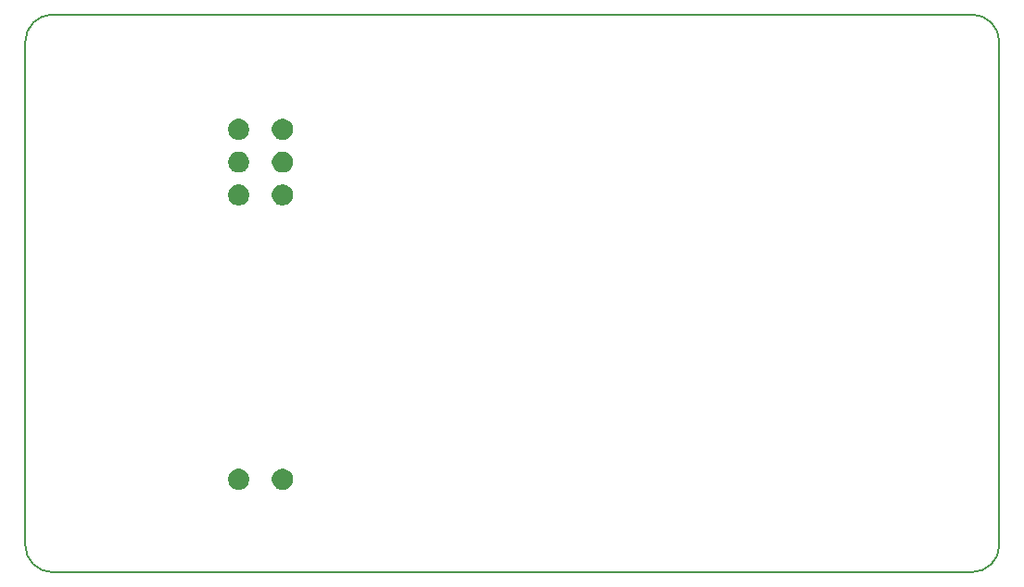
<source format=gbr>
%TF.GenerationSoftware,KiCad,Pcbnew,5.0.1*%
%TF.CreationDate,2019-03-19T15:46:54-05:00*%
%TF.ProjectId,Layout,4C61796F75742E6B696361645F706362,rev?*%
%TF.SameCoordinates,Original*%
%TF.FileFunction,Soldermask,Bot*%
%TF.FilePolarity,Negative*%
%FSLAX46Y46*%
G04 Gerber Fmt 4.6, Leading zero omitted, Abs format (unit mm)*
G04 Created by KiCad (PCBNEW 5.0.1) date Tue 19 Mar 2019 03:46:54 PM CDT*
%MOMM*%
%LPD*%
G01*
G04 APERTURE LIST*
%ADD10C,0.150000*%
%ADD11C,0.100000*%
G04 APERTURE END LIST*
D10*
X112000000Y-122000000D02*
X112000000Y-76000000D01*
X198500000Y-124500000D02*
X114500000Y-124500000D01*
X201000000Y-76000000D02*
X201000000Y-122000000D01*
X114500000Y-73500000D02*
X198500000Y-73500000D01*
X201000000Y-122000000D02*
G75*
G02X198500000Y-124500000I-2500000J0D01*
G01*
X114500000Y-124500000D02*
G75*
G02X112000000Y-122000000I0J2500000D01*
G01*
X112000000Y-76000000D02*
G75*
G02X114500000Y-73500000I2500000J0D01*
G01*
X198500000Y-73500000D02*
G75*
G02X201000000Y-76000000I0J-2500000D01*
G01*
D11*
G36*
X135780603Y-115074968D02*
X135780606Y-115074969D01*
X135780605Y-115074969D01*
X135955678Y-115147486D01*
X135955679Y-115147487D01*
X136113241Y-115252767D01*
X136247233Y-115386759D01*
X136247234Y-115386761D01*
X136352514Y-115544322D01*
X136408603Y-115679734D01*
X136425032Y-115719397D01*
X136462000Y-115905250D01*
X136462000Y-116094750D01*
X136425032Y-116280603D01*
X136425031Y-116280605D01*
X136352514Y-116455678D01*
X136352513Y-116455679D01*
X136247233Y-116613241D01*
X136113241Y-116747233D01*
X136033923Y-116800232D01*
X135955678Y-116852514D01*
X135820266Y-116908603D01*
X135780603Y-116925032D01*
X135594750Y-116962000D01*
X135405250Y-116962000D01*
X135219397Y-116925032D01*
X135179734Y-116908603D01*
X135044322Y-116852514D01*
X134966077Y-116800232D01*
X134886759Y-116747233D01*
X134752767Y-116613241D01*
X134647487Y-116455679D01*
X134647486Y-116455678D01*
X134574969Y-116280605D01*
X134574968Y-116280603D01*
X134538000Y-116094750D01*
X134538000Y-115905250D01*
X134574968Y-115719397D01*
X134591397Y-115679734D01*
X134647486Y-115544322D01*
X134752766Y-115386761D01*
X134752767Y-115386759D01*
X134886759Y-115252767D01*
X135044321Y-115147487D01*
X135044322Y-115147486D01*
X135219395Y-115074969D01*
X135219394Y-115074969D01*
X135219397Y-115074968D01*
X135405250Y-115038000D01*
X135594750Y-115038000D01*
X135780603Y-115074968D01*
X135780603Y-115074968D01*
G37*
G36*
X131780603Y-115074968D02*
X131780606Y-115074969D01*
X131780605Y-115074969D01*
X131955678Y-115147486D01*
X131955679Y-115147487D01*
X132113241Y-115252767D01*
X132247233Y-115386759D01*
X132247234Y-115386761D01*
X132352514Y-115544322D01*
X132408603Y-115679734D01*
X132425032Y-115719397D01*
X132462000Y-115905250D01*
X132462000Y-116094750D01*
X132425032Y-116280603D01*
X132425031Y-116280605D01*
X132352514Y-116455678D01*
X132352513Y-116455679D01*
X132247233Y-116613241D01*
X132113241Y-116747233D01*
X132033923Y-116800232D01*
X131955678Y-116852514D01*
X131820266Y-116908603D01*
X131780603Y-116925032D01*
X131594750Y-116962000D01*
X131405250Y-116962000D01*
X131219397Y-116925032D01*
X131179734Y-116908603D01*
X131044322Y-116852514D01*
X130966077Y-116800232D01*
X130886759Y-116747233D01*
X130752767Y-116613241D01*
X130647487Y-116455679D01*
X130647486Y-116455678D01*
X130574969Y-116280605D01*
X130574968Y-116280603D01*
X130538000Y-116094750D01*
X130538000Y-115905250D01*
X130574968Y-115719397D01*
X130591397Y-115679734D01*
X130647486Y-115544322D01*
X130752766Y-115386761D01*
X130752767Y-115386759D01*
X130886759Y-115252767D01*
X131044321Y-115147487D01*
X131044322Y-115147486D01*
X131219395Y-115074969D01*
X131219394Y-115074969D01*
X131219397Y-115074968D01*
X131405250Y-115038000D01*
X131594750Y-115038000D01*
X131780603Y-115074968D01*
X131780603Y-115074968D01*
G37*
G36*
X135780603Y-89074968D02*
X135780606Y-89074969D01*
X135780605Y-89074969D01*
X135955678Y-89147486D01*
X135955679Y-89147487D01*
X136113241Y-89252767D01*
X136247233Y-89386759D01*
X136247234Y-89386761D01*
X136352514Y-89544322D01*
X136408603Y-89679734D01*
X136425032Y-89719397D01*
X136462000Y-89905250D01*
X136462000Y-90094750D01*
X136425032Y-90280603D01*
X136425031Y-90280605D01*
X136352514Y-90455678D01*
X136352513Y-90455679D01*
X136247233Y-90613241D01*
X136113241Y-90747233D01*
X136033923Y-90800232D01*
X135955678Y-90852514D01*
X135820266Y-90908603D01*
X135780603Y-90925032D01*
X135594750Y-90962000D01*
X135405250Y-90962000D01*
X135219397Y-90925032D01*
X135179734Y-90908603D01*
X135044322Y-90852514D01*
X134966077Y-90800232D01*
X134886759Y-90747233D01*
X134752767Y-90613241D01*
X134647487Y-90455679D01*
X134647486Y-90455678D01*
X134574969Y-90280605D01*
X134574968Y-90280603D01*
X134538000Y-90094750D01*
X134538000Y-89905250D01*
X134574968Y-89719397D01*
X134591397Y-89679734D01*
X134647486Y-89544322D01*
X134752766Y-89386761D01*
X134752767Y-89386759D01*
X134886759Y-89252767D01*
X135044321Y-89147487D01*
X135044322Y-89147486D01*
X135219395Y-89074969D01*
X135219394Y-89074969D01*
X135219397Y-89074968D01*
X135405250Y-89038000D01*
X135594750Y-89038000D01*
X135780603Y-89074968D01*
X135780603Y-89074968D01*
G37*
G36*
X131780603Y-89074968D02*
X131780606Y-89074969D01*
X131780605Y-89074969D01*
X131955678Y-89147486D01*
X131955679Y-89147487D01*
X132113241Y-89252767D01*
X132247233Y-89386759D01*
X132247234Y-89386761D01*
X132352514Y-89544322D01*
X132408603Y-89679734D01*
X132425032Y-89719397D01*
X132462000Y-89905250D01*
X132462000Y-90094750D01*
X132425032Y-90280603D01*
X132425031Y-90280605D01*
X132352514Y-90455678D01*
X132352513Y-90455679D01*
X132247233Y-90613241D01*
X132113241Y-90747233D01*
X132033923Y-90800232D01*
X131955678Y-90852514D01*
X131820266Y-90908603D01*
X131780603Y-90925032D01*
X131594750Y-90962000D01*
X131405250Y-90962000D01*
X131219397Y-90925032D01*
X131179734Y-90908603D01*
X131044322Y-90852514D01*
X130966077Y-90800232D01*
X130886759Y-90747233D01*
X130752767Y-90613241D01*
X130647487Y-90455679D01*
X130647486Y-90455678D01*
X130574969Y-90280605D01*
X130574968Y-90280603D01*
X130538000Y-90094750D01*
X130538000Y-89905250D01*
X130574968Y-89719397D01*
X130591397Y-89679734D01*
X130647486Y-89544322D01*
X130752766Y-89386761D01*
X130752767Y-89386759D01*
X130886759Y-89252767D01*
X131044321Y-89147487D01*
X131044322Y-89147486D01*
X131219395Y-89074969D01*
X131219394Y-89074969D01*
X131219397Y-89074968D01*
X131405250Y-89038000D01*
X131594750Y-89038000D01*
X131780603Y-89074968D01*
X131780603Y-89074968D01*
G37*
G36*
X135780603Y-86074968D02*
X135780606Y-86074969D01*
X135780605Y-86074969D01*
X135955678Y-86147486D01*
X135955679Y-86147487D01*
X136113241Y-86252767D01*
X136247233Y-86386759D01*
X136247234Y-86386761D01*
X136352514Y-86544322D01*
X136408603Y-86679734D01*
X136425032Y-86719397D01*
X136462000Y-86905250D01*
X136462000Y-87094750D01*
X136425032Y-87280603D01*
X136425031Y-87280605D01*
X136352514Y-87455678D01*
X136352513Y-87455679D01*
X136247233Y-87613241D01*
X136113241Y-87747233D01*
X136033923Y-87800232D01*
X135955678Y-87852514D01*
X135820266Y-87908603D01*
X135780603Y-87925032D01*
X135594750Y-87962000D01*
X135405250Y-87962000D01*
X135219397Y-87925032D01*
X135179734Y-87908603D01*
X135044322Y-87852514D01*
X134966077Y-87800232D01*
X134886759Y-87747233D01*
X134752767Y-87613241D01*
X134647487Y-87455679D01*
X134647486Y-87455678D01*
X134574969Y-87280605D01*
X134574968Y-87280603D01*
X134538000Y-87094750D01*
X134538000Y-86905250D01*
X134574968Y-86719397D01*
X134591397Y-86679734D01*
X134647486Y-86544322D01*
X134752766Y-86386761D01*
X134752767Y-86386759D01*
X134886759Y-86252767D01*
X135044321Y-86147487D01*
X135044322Y-86147486D01*
X135219395Y-86074969D01*
X135219394Y-86074969D01*
X135219397Y-86074968D01*
X135405250Y-86038000D01*
X135594750Y-86038000D01*
X135780603Y-86074968D01*
X135780603Y-86074968D01*
G37*
G36*
X131780603Y-86074968D02*
X131780606Y-86074969D01*
X131780605Y-86074969D01*
X131955678Y-86147486D01*
X131955679Y-86147487D01*
X132113241Y-86252767D01*
X132247233Y-86386759D01*
X132247234Y-86386761D01*
X132352514Y-86544322D01*
X132408603Y-86679734D01*
X132425032Y-86719397D01*
X132462000Y-86905250D01*
X132462000Y-87094750D01*
X132425032Y-87280603D01*
X132425031Y-87280605D01*
X132352514Y-87455678D01*
X132352513Y-87455679D01*
X132247233Y-87613241D01*
X132113241Y-87747233D01*
X132033923Y-87800232D01*
X131955678Y-87852514D01*
X131820266Y-87908603D01*
X131780603Y-87925032D01*
X131594750Y-87962000D01*
X131405250Y-87962000D01*
X131219397Y-87925032D01*
X131179734Y-87908603D01*
X131044322Y-87852514D01*
X130966077Y-87800232D01*
X130886759Y-87747233D01*
X130752767Y-87613241D01*
X130647487Y-87455679D01*
X130647486Y-87455678D01*
X130574969Y-87280605D01*
X130574968Y-87280603D01*
X130538000Y-87094750D01*
X130538000Y-86905250D01*
X130574968Y-86719397D01*
X130591397Y-86679734D01*
X130647486Y-86544322D01*
X130752766Y-86386761D01*
X130752767Y-86386759D01*
X130886759Y-86252767D01*
X131044321Y-86147487D01*
X131044322Y-86147486D01*
X131219395Y-86074969D01*
X131219394Y-86074969D01*
X131219397Y-86074968D01*
X131405250Y-86038000D01*
X131594750Y-86038000D01*
X131780603Y-86074968D01*
X131780603Y-86074968D01*
G37*
G36*
X135780603Y-83074968D02*
X135780606Y-83074969D01*
X135780605Y-83074969D01*
X135955678Y-83147486D01*
X135955679Y-83147487D01*
X136113241Y-83252767D01*
X136247233Y-83386759D01*
X136247234Y-83386761D01*
X136352514Y-83544322D01*
X136408603Y-83679734D01*
X136425032Y-83719397D01*
X136462000Y-83905250D01*
X136462000Y-84094750D01*
X136425032Y-84280603D01*
X136425031Y-84280605D01*
X136352514Y-84455678D01*
X136352513Y-84455679D01*
X136247233Y-84613241D01*
X136113241Y-84747233D01*
X136033923Y-84800232D01*
X135955678Y-84852514D01*
X135820266Y-84908603D01*
X135780603Y-84925032D01*
X135594750Y-84962000D01*
X135405250Y-84962000D01*
X135219397Y-84925032D01*
X135179734Y-84908603D01*
X135044322Y-84852514D01*
X134966077Y-84800232D01*
X134886759Y-84747233D01*
X134752767Y-84613241D01*
X134647487Y-84455679D01*
X134647486Y-84455678D01*
X134574969Y-84280605D01*
X134574968Y-84280603D01*
X134538000Y-84094750D01*
X134538000Y-83905250D01*
X134574968Y-83719397D01*
X134591397Y-83679734D01*
X134647486Y-83544322D01*
X134752766Y-83386761D01*
X134752767Y-83386759D01*
X134886759Y-83252767D01*
X135044321Y-83147487D01*
X135044322Y-83147486D01*
X135219395Y-83074969D01*
X135219394Y-83074969D01*
X135219397Y-83074968D01*
X135405250Y-83038000D01*
X135594750Y-83038000D01*
X135780603Y-83074968D01*
X135780603Y-83074968D01*
G37*
G36*
X131780603Y-83074968D02*
X131780606Y-83074969D01*
X131780605Y-83074969D01*
X131955678Y-83147486D01*
X131955679Y-83147487D01*
X132113241Y-83252767D01*
X132247233Y-83386759D01*
X132247234Y-83386761D01*
X132352514Y-83544322D01*
X132408603Y-83679734D01*
X132425032Y-83719397D01*
X132462000Y-83905250D01*
X132462000Y-84094750D01*
X132425032Y-84280603D01*
X132425031Y-84280605D01*
X132352514Y-84455678D01*
X132352513Y-84455679D01*
X132247233Y-84613241D01*
X132113241Y-84747233D01*
X132033923Y-84800232D01*
X131955678Y-84852514D01*
X131820266Y-84908603D01*
X131780603Y-84925032D01*
X131594750Y-84962000D01*
X131405250Y-84962000D01*
X131219397Y-84925032D01*
X131179734Y-84908603D01*
X131044322Y-84852514D01*
X130966077Y-84800232D01*
X130886759Y-84747233D01*
X130752767Y-84613241D01*
X130647487Y-84455679D01*
X130647486Y-84455678D01*
X130574969Y-84280605D01*
X130574968Y-84280603D01*
X130538000Y-84094750D01*
X130538000Y-83905250D01*
X130574968Y-83719397D01*
X130591397Y-83679734D01*
X130647486Y-83544322D01*
X130752766Y-83386761D01*
X130752767Y-83386759D01*
X130886759Y-83252767D01*
X131044321Y-83147487D01*
X131044322Y-83147486D01*
X131219395Y-83074969D01*
X131219394Y-83074969D01*
X131219397Y-83074968D01*
X131405250Y-83038000D01*
X131594750Y-83038000D01*
X131780603Y-83074968D01*
X131780603Y-83074968D01*
G37*
M02*

</source>
